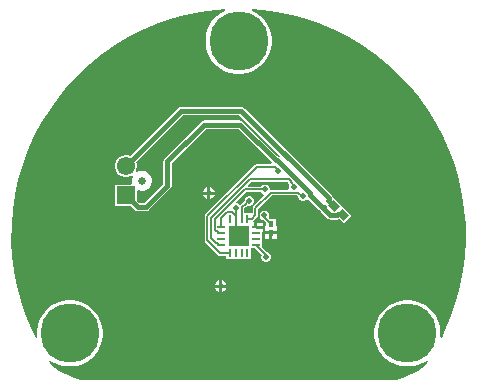
<source format=gbl>
G04*
G04 #@! TF.GenerationSoftware,Altium Limited,Altium Designer,24.1.2 (44)*
G04*
G04 Layer_Physical_Order=2*
G04 Layer_Color=16711680*
%FSLAX44Y44*%
%MOMM*%
G71*
G04*
G04 #@! TF.SameCoordinates,9C14B213-01B7-469D-91E1-2C6BB7E4D26A*
G04*
G04*
G04 #@! TF.FilePolarity,Positive*
G04*
G01*
G75*
%ADD39C,0.1524*%
%ADD40C,0.3810*%
%ADD42C,5.0000*%
%ADD43R,1.5500X1.5500*%
%ADD44C,1.5500*%
%ADD45C,0.6500*%
%ADD46C,0.5080*%
G04:AMPARAMS|DCode=47|XSize=0.75mm|YSize=0.6mm|CornerRadius=0mm|HoleSize=0mm|Usage=FLASHONLY|Rotation=135.000|XOffset=0mm|YOffset=0mm|HoleType=Round|Shape=Rectangle|*
%AMROTATEDRECTD47*
4,1,4,0.4773,-0.0530,0.0530,-0.4773,-0.4773,0.0530,-0.0530,0.4773,0.4773,-0.0530,0.0*
%
%ADD47ROTATEDRECTD47*%

%ADD48R,0.4627X0.5541*%
%ADD49R,0.2500X0.7000*%
%ADD50R,0.7000X0.2500*%
%ADD51R,1.7000X1.7000*%
G36*
X-11174Y190732D02*
X-14675Y188948D01*
X-18241Y186357D01*
X-21357Y183241D01*
X-23948Y179675D01*
X-25949Y175748D01*
X-27311Y171557D01*
X-28000Y167204D01*
Y162796D01*
X-27311Y158443D01*
X-25949Y154252D01*
X-23948Y150325D01*
X-21357Y146759D01*
X-18241Y143643D01*
X-14675Y141052D01*
X-10748Y139051D01*
X-6557Y137690D01*
X-2204Y137000D01*
X2204D01*
X6557Y137690D01*
X10748Y139051D01*
X14675Y141052D01*
X18241Y143643D01*
X21357Y146759D01*
X23948Y150325D01*
X25949Y154252D01*
X27311Y158443D01*
X28000Y162796D01*
Y167204D01*
X27311Y171557D01*
X25949Y175748D01*
X23948Y179675D01*
X21357Y183241D01*
X18241Y186357D01*
X14675Y188948D01*
X11174Y190732D01*
X11519Y191981D01*
X19518Y191439D01*
X32432Y189678D01*
X45196Y187048D01*
X57753Y183560D01*
X70045Y179230D01*
X82016Y174078D01*
X93610Y168127D01*
X104775Y161406D01*
X115460Y153944D01*
X125615Y145775D01*
X135194Y136939D01*
X144153Y127474D01*
X152451Y117424D01*
X160049Y106836D01*
X166913Y95758D01*
X173012Y84241D01*
X178317Y72337D01*
X182805Y60101D01*
X186453Y47590D01*
X189247Y34861D01*
X191173Y21971D01*
X192221Y8981D01*
X192388Y-4050D01*
X191673Y-17063D01*
X190079Y-29997D01*
X187612Y-42794D01*
X184285Y-55395D01*
X180113Y-67741D01*
X175115Y-79777D01*
X171947Y-86151D01*
X170723Y-85759D01*
X170890Y-84704D01*
Y-80296D01*
X170201Y-75943D01*
X168839Y-71752D01*
X166838Y-67825D01*
X164247Y-64259D01*
X161131Y-61143D01*
X157565Y-58552D01*
X153638Y-56551D01*
X149447Y-55189D01*
X145094Y-54500D01*
X140686D01*
X136333Y-55189D01*
X132142Y-56551D01*
X128215Y-58552D01*
X124649Y-61143D01*
X121533Y-64259D01*
X118942Y-67825D01*
X116941Y-71752D01*
X115580Y-75943D01*
X114890Y-80296D01*
Y-84704D01*
X115580Y-89057D01*
X116941Y-93248D01*
X118942Y-97175D01*
X121533Y-100741D01*
X124649Y-103857D01*
X128215Y-106448D01*
X132142Y-108449D01*
X136333Y-109810D01*
X140686Y-110500D01*
X145094D01*
X149447Y-109810D01*
X153638Y-108449D01*
X157565Y-106448D01*
X159712Y-104888D01*
X160638Y-105785D01*
X159305Y-107746D01*
X158177Y-108943D01*
X155100Y-111678D01*
X151794Y-114130D01*
X148285Y-116282D01*
X144599Y-118116D01*
X140766Y-119617D01*
X136817Y-120774D01*
X132779Y-121579D01*
X131013Y-121771D01*
X101043Y-121771D01*
X-131013Y-121771D01*
X-132780Y-121579D01*
X-136816Y-120774D01*
X-140767Y-119617D01*
X-144600Y-118115D01*
X-148285Y-116282D01*
X-151794Y-114130D01*
X-155100Y-111678D01*
X-158177Y-108943D01*
X-159305Y-107746D01*
X-160638Y-105785D01*
X-159712Y-104888D01*
X-157565Y-106448D01*
X-153638Y-108449D01*
X-149447Y-109810D01*
X-145094Y-110500D01*
X-140686D01*
X-136333Y-109810D01*
X-132142Y-108449D01*
X-128215Y-106448D01*
X-124649Y-103857D01*
X-121533Y-100741D01*
X-118942Y-97175D01*
X-116941Y-93248D01*
X-115580Y-89057D01*
X-114890Y-84704D01*
Y-80296D01*
X-115580Y-75943D01*
X-116941Y-71752D01*
X-118942Y-67825D01*
X-121533Y-64259D01*
X-124649Y-61143D01*
X-128215Y-58552D01*
X-132142Y-56551D01*
X-136333Y-55189D01*
X-140686Y-54500D01*
X-145094D01*
X-149447Y-55189D01*
X-153638Y-56551D01*
X-157565Y-58552D01*
X-161131Y-61143D01*
X-164247Y-64259D01*
X-166838Y-67825D01*
X-168839Y-71752D01*
X-170201Y-75943D01*
X-170890Y-80296D01*
Y-84704D01*
X-170723Y-85760D01*
X-171947Y-86151D01*
X-175115Y-79777D01*
X-180113Y-67741D01*
X-184285Y-55395D01*
X-187612Y-42794D01*
X-190079Y-29997D01*
X-191673Y-17063D01*
X-192388Y-4050D01*
X-192221Y8981D01*
X-191173Y21971D01*
X-189247Y34861D01*
X-186453Y47590D01*
X-182805Y60101D01*
X-178317Y72337D01*
X-173012Y84241D01*
X-166914Y95758D01*
X-160049Y106836D01*
X-152451Y117424D01*
X-144153Y127474D01*
X-135194Y136939D01*
X-125616Y145775D01*
X-115461Y153943D01*
X-104776Y161406D01*
X-93610Y168127D01*
X-82016Y174078D01*
X-70045Y179230D01*
X-57753Y183560D01*
X-45196Y187048D01*
X-32432Y189678D01*
X-19518Y191439D01*
X-11519Y191981D01*
X-11174Y190732D01*
D02*
G37*
%LPC*%
G36*
X-23876Y41294D02*
Y37592D01*
X-20173D01*
X-20839Y39200D01*
X-22268Y40629D01*
X-23876Y41294D01*
D02*
G37*
G36*
X-26416D02*
X-28024Y40629D01*
X-29453Y39200D01*
X-30119Y37592D01*
X-26416D01*
Y41294D01*
D02*
G37*
G36*
X-20173Y35052D02*
X-23876D01*
Y31349D01*
X-22268Y32015D01*
X-20839Y33444D01*
X-20173Y35052D01*
D02*
G37*
G36*
X-26416D02*
X-30119D01*
X-29453Y33444D01*
X-28024Y32015D01*
X-26416Y31349D01*
Y35052D01*
D02*
G37*
G36*
X2201Y109414D02*
X-48506D01*
X-49844Y109148D01*
X-50978Y108390D01*
X-50978Y108390D01*
X-91533Y67835D01*
X-91608Y67878D01*
X-93967Y68510D01*
X-96409D01*
X-98768Y67878D01*
X-100882Y66657D01*
X-102609Y64930D01*
X-103830Y62816D01*
X-104462Y60457D01*
Y58015D01*
X-103830Y55656D01*
X-102609Y53542D01*
X-100882Y51815D01*
X-98768Y50594D01*
X-96409Y49962D01*
X-93967D01*
X-91608Y50594D01*
X-90514Y51226D01*
X-89585Y50296D01*
X-89739Y50029D01*
X-90320Y47859D01*
Y45613D01*
X-90027Y44518D01*
X-90800Y43510D01*
X-104462D01*
Y24962D01*
X-90858D01*
X-88062Y22166D01*
X-88062Y22166D01*
X-86928Y21408D01*
X-85590Y21142D01*
X-85590Y21142D01*
X-78232D01*
X-76894Y21408D01*
X-75760Y22166D01*
X-57726Y40200D01*
X-57726Y40200D01*
X-56968Y41334D01*
X-56702Y42672D01*
X-56702Y42672D01*
Y61798D01*
X-27762Y90738D01*
X-540D01*
X27985Y62213D01*
X27459Y60943D01*
X15698D01*
X14806Y60766D01*
X14050Y60261D01*
X-28030Y18181D01*
X-28535Y17424D01*
X-28713Y16532D01*
Y-3601D01*
X-28535Y-4493D01*
X-28030Y-5249D01*
X-17131Y-16148D01*
X-16375Y-16653D01*
X-15483Y-16831D01*
X-10274D01*
Y-19524D01*
X10274D01*
Y-10274D01*
X13978D01*
X19780Y-16076D01*
X19304Y-17226D01*
Y-18842D01*
X19923Y-20336D01*
X21066Y-21479D01*
X22560Y-22098D01*
X24176D01*
X25670Y-21479D01*
X26813Y-20336D01*
X27432Y-18842D01*
Y-17226D01*
X26813Y-15732D01*
X25670Y-14589D01*
X24330Y-14034D01*
X19524Y-9228D01*
Y3710D01*
X20540D01*
Y6230D01*
X14500D01*
Y7500D01*
X13230D01*
Y11290D01*
X12884D01*
X12501Y12560D01*
X12938Y12852D01*
X15872Y15786D01*
X16377Y16542D01*
X16555Y17434D01*
Y22624D01*
X28274Y34343D01*
X49732D01*
X50643Y33431D01*
Y32817D01*
X51262Y31323D01*
X52405Y30180D01*
X53899Y29561D01*
X55516D01*
X57009Y30180D01*
X58153Y31323D01*
X58755Y31443D01*
X68337Y21862D01*
X69471Y21104D01*
X69491Y21100D01*
X69968Y20385D01*
X73328Y17026D01*
X73895Y15655D01*
X75039Y14512D01*
X76532Y13893D01*
X77800D01*
X78365Y13781D01*
X82898Y13781D01*
X84235Y14047D01*
X85265Y14735D01*
X85293D01*
X89255Y10773D01*
X95653Y17171D01*
X88195Y24629D01*
Y24629D01*
X87875Y24949D01*
X80417Y32407D01*
X80417D01*
X79487Y33229D01*
X79463Y33250D01*
X78757Y34307D01*
X78757Y34307D01*
X4674Y108390D01*
X3539Y109148D01*
X2201Y109414D01*
D02*
G37*
G36*
X20540Y11290D02*
X15770D01*
Y8770D01*
X20540D01*
Y11290D01*
D02*
G37*
G36*
X22736Y21347D02*
X21119D01*
X19626Y20729D01*
X18482Y19585D01*
X17864Y18092D01*
Y16475D01*
X18482Y14981D01*
X19626Y13838D01*
X21119Y13219D01*
X21266D01*
X23594Y10891D01*
Y8117D01*
X22578D01*
Y4077D01*
X27432D01*
X32286D01*
Y8117D01*
X31270D01*
Y14188D01*
X26890D01*
X25585Y15493D01*
X25992Y16475D01*
Y18092D01*
X25373Y19585D01*
X24230Y20729D01*
X22736Y21347D01*
D02*
G37*
G36*
X32286Y1537D02*
X28702D01*
Y-2504D01*
X32286D01*
Y1537D01*
D02*
G37*
G36*
X26162D02*
X22578D01*
Y-2504D01*
X26162D01*
Y1537D01*
D02*
G37*
G36*
X-13968Y-37701D02*
Y-41403D01*
X-10266D01*
X-10932Y-39796D01*
X-12361Y-38367D01*
X-13968Y-37701D01*
D02*
G37*
G36*
X-16508D02*
X-18116Y-38367D01*
X-19545Y-39796D01*
X-20211Y-41403D01*
X-16508D01*
Y-37701D01*
D02*
G37*
G36*
X-10266Y-43943D02*
X-13968D01*
Y-47646D01*
X-12361Y-46980D01*
X-10932Y-45551D01*
X-10266Y-43943D01*
D02*
G37*
G36*
X-16508D02*
X-20211D01*
X-19545Y-45551D01*
X-18116Y-46980D01*
X-16508Y-47646D01*
Y-43943D01*
D02*
G37*
%LPD*%
G36*
X35152Y68023D02*
X34343Y67036D01*
X34231Y67111D01*
X32893Y67377D01*
X32710D01*
X3381Y96706D01*
X2247Y97464D01*
X909Y97730D01*
X-29210D01*
X-29210Y97730D01*
X-30548Y97464D01*
X-31682Y96706D01*
X-31682Y96706D01*
X-62670Y65718D01*
X-63428Y64584D01*
X-63694Y63246D01*
Y44120D01*
X-79680Y28134D01*
X-84142D01*
X-85914Y29906D01*
Y37945D01*
X-84644Y38668D01*
X-82911Y38204D01*
X-80665D01*
X-78495Y38785D01*
X-76549Y39909D01*
X-74961Y41497D01*
X-73837Y43443D01*
X-73256Y45613D01*
Y47859D01*
X-73837Y50029D01*
X-74961Y51975D01*
X-76549Y53563D01*
X-78495Y54687D01*
X-80665Y55268D01*
X-82911D01*
X-85081Y54687D01*
X-85919Y54203D01*
X-86848Y55133D01*
X-86546Y55656D01*
X-85914Y58015D01*
Y60457D01*
X-86546Y62816D01*
X-86589Y62891D01*
X-47058Y102422D01*
X753D01*
X35152Y68023D01*
D02*
G37*
G36*
X41667Y45297D02*
X41844Y44405D01*
X42350Y43649D01*
X43039Y42959D01*
X42769Y42308D01*
Y40691D01*
X42942Y40274D01*
X42093Y39004D01*
X27308D01*
X26416Y40121D01*
Y40178D01*
X25797Y41672D01*
X24654Y42815D01*
X23160Y43434D01*
X21544D01*
X20050Y42815D01*
X18935Y41701D01*
X8052D01*
X7566Y42874D01*
X10367Y45675D01*
X41667D01*
Y45297D01*
D02*
G37*
G36*
X20050Y35925D02*
X21052Y35510D01*
X21472Y34133D01*
X12576Y25237D01*
X12071Y24481D01*
X11893Y23589D01*
Y19280D01*
X11544Y19047D01*
X10274Y19524D01*
Y19524D01*
X4831D01*
Y23633D01*
X5457Y24259D01*
X6041Y24375D01*
X6797Y24881D01*
X7795Y25878D01*
X8336Y25654D01*
X9952D01*
X11446Y26273D01*
X12589Y27416D01*
X13208Y28910D01*
Y30526D01*
X12589Y32020D01*
X11446Y33163D01*
X9952Y33782D01*
X8336D01*
X6842Y33163D01*
X5699Y32020D01*
X5080Y30526D01*
Y29756D01*
X4122Y28798D01*
X3539Y28682D01*
X2783Y28177D01*
X952Y26346D01*
X-24Y27321D01*
X-1336Y27865D01*
X-1884Y29113D01*
X6042Y37039D01*
X18935D01*
X20050Y35925D01*
D02*
G37*
D39*
X30682Y58612D02*
X33498Y55796D01*
X-26382Y16532D02*
X15698Y58612D01*
X30682D01*
X33498Y54834D02*
Y55796D01*
X9402Y48006D02*
X42841D01*
X-23334Y15270D02*
X9402Y48006D01*
X-20286Y14007D02*
X5077Y39370D01*
X-3964Y18214D02*
Y18947D01*
X-5303Y20286D02*
X-3964Y18947D01*
X-9697Y20286D02*
X-5303D01*
X-14500Y15483D02*
X-9697Y20286D01*
X27308Y36673D02*
X50697D01*
X14224Y23589D02*
X27308Y36673D01*
X14224Y17434D02*
Y23589D01*
X4431Y26529D02*
X5149D01*
X8339Y29718D01*
X2500Y24598D02*
X4431Y26529D01*
X8339Y29718D02*
X9144D01*
X2500Y14500D02*
Y24598D01*
X-2500Y16750D02*
Y23702D01*
X-2326Y23876D01*
X23570Y-17832D02*
Y-16570D01*
X23368Y-18034D02*
X23570Y-17832D01*
X14500Y-7500D02*
X23570Y-16570D01*
X22608Y15174D02*
X27432Y10350D01*
Y9893D02*
Y10350D01*
X21928Y17283D02*
X22608Y16603D01*
Y15174D02*
Y16603D01*
X11290Y14500D02*
X14224Y17434D01*
X7500Y14500D02*
X11290D01*
X5077Y39370D02*
X22352D01*
X-2500Y14500D02*
Y16750D01*
Y2500D02*
Y14500D01*
Y2500D02*
X0Y0D01*
X-26382Y-3601D02*
Y16532D01*
X-23334Y-1649D02*
Y15270D01*
X-20286Y5303D02*
Y14007D01*
X-14500Y7500D02*
Y15483D01*
X-3964Y18214D02*
X-2500Y16750D01*
X42841Y48006D02*
X43998Y46849D01*
Y45297D02*
X46833Y42462D01*
X43998Y45297D02*
Y46849D01*
X46833Y41499D02*
Y42462D01*
X50697Y36673D02*
X53745Y33625D01*
X54707D01*
X-23334Y-1649D02*
X-18947Y-6036D01*
X-26382Y-3601D02*
X-15483Y-14500D01*
X-7500D01*
X-18947Y-6036D02*
X-18214D01*
X-16750Y-7500D01*
X-18947Y3964D02*
X-18214D01*
X-20286Y5303D02*
X-18947Y3964D01*
X-18214D02*
X-16750Y2500D01*
Y-7500D02*
X-14500D01*
X-16750Y2500D02*
X-14500D01*
D40*
X76284Y30198D02*
X76528Y29955D01*
X60676Y34466D02*
X70809Y24334D01*
X72440Y22858D02*
X77341Y17957D01*
X77684Y17957D01*
X2201Y105918D02*
X76284Y31835D01*
Y30198D02*
Y31835D01*
X77684Y17957D02*
X78365Y17277D01*
X72440Y22858D02*
Y24334D01*
X70809D02*
X72440D01*
X60676Y34466D02*
Y36098D01*
X78365Y17277D02*
X82898Y17277D01*
X-85590Y24638D02*
X-78232D01*
X-95188Y34236D02*
X-85590Y24638D01*
X-60198Y42672D02*
Y63246D01*
X-78232Y24638D02*
X-60198Y42672D01*
X-48506Y105918D02*
X2201D01*
X-95188Y59236D02*
X-48506Y105918D01*
X88195Y18231D02*
X88823Y17603D01*
X-60198Y63246D02*
X-29210Y94234D01*
X909D01*
X31262Y63881D02*
X32893D01*
X60676Y36098D01*
X909Y94234D02*
X31262Y63881D01*
X82898Y17277D02*
X83852Y18231D01*
X88195D01*
X78253Y28173D02*
X80947Y25479D01*
X80947D01*
D42*
X-142890Y-82500D02*
D03*
X142890D02*
D03*
X0Y165000D02*
D03*
D43*
X-95188Y34236D02*
D03*
D44*
Y59236D02*
D03*
D45*
X-81788Y46736D02*
D03*
D46*
X76528Y29955D02*
D03*
X77341Y17957D02*
D03*
X-25146Y36322D02*
D03*
X9144Y29718D02*
D03*
X-2326Y23876D02*
D03*
X23368Y-18034D02*
D03*
X21928Y17283D02*
D03*
X22352Y39370D02*
D03*
X-15238Y-42673D02*
D03*
X33498Y54834D02*
D03*
X46833Y41499D02*
D03*
X54707Y33625D02*
D03*
D47*
X80947Y25479D02*
D03*
X88725Y17701D02*
D03*
D48*
X27432Y9893D02*
D03*
Y2807D02*
D03*
D49*
X7500Y-14500D02*
D03*
X2500D02*
D03*
X-2500D02*
D03*
X-7500D02*
D03*
Y14500D02*
D03*
X-2500D02*
D03*
X2500D02*
D03*
X7500D02*
D03*
D50*
X-14500Y-7500D02*
D03*
Y-2500D02*
D03*
Y2500D02*
D03*
Y7500D02*
D03*
X14500D02*
D03*
Y2500D02*
D03*
Y-2500D02*
D03*
Y-7500D02*
D03*
D51*
X0Y0D02*
D03*
M02*

</source>
